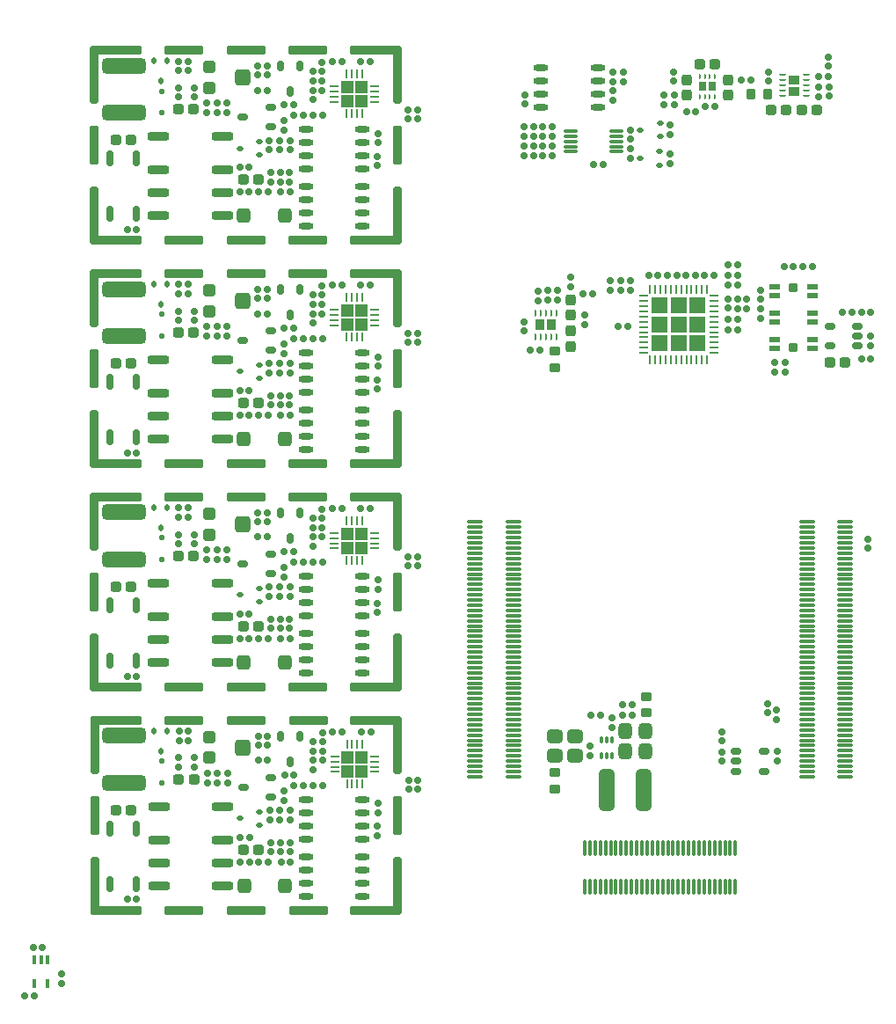
<source format=gtp>
G04*
G04 #@! TF.GenerationSoftware,Altium Limited,Altium Designer,21.0.9 (235)*
G04*
G04 Layer_Color=8421504*
%FSLAX25Y25*%
%MOIN*%
G70*
G04*
G04 #@! TF.SameCoordinates,6D45A94B-17CC-4D83-881B-F394DC7C88B3*
G04*
G04*
G04 #@! TF.FilePolarity,Positive*
G04*
G01*
G75*
%ADD18R,0.04449X0.03504*%
%ADD19R,0.03504X0.04449*%
%ADD20R,0.04528X0.04528*%
%ADD21R,0.02756X0.03543*%
%ADD22R,0.06102X0.06102*%
%ADD23R,0.03937X0.02362*%
G04:AMPARAMS|DCode=24|XSize=23.62mil|YSize=23.62mil|CornerRadius=5.91mil|HoleSize=0mil|Usage=FLASHONLY|Rotation=180.000|XOffset=0mil|YOffset=0mil|HoleType=Round|Shape=RoundedRectangle|*
%AMROUNDEDRECTD24*
21,1,0.02362,0.01181,0,0,180.0*
21,1,0.01181,0.02362,0,0,180.0*
1,1,0.01181,-0.00591,0.00591*
1,1,0.01181,0.00591,0.00591*
1,1,0.01181,0.00591,-0.00591*
1,1,0.01181,-0.00591,-0.00591*
%
%ADD24ROUNDEDRECTD24*%
G04:AMPARAMS|DCode=25|XSize=23.62mil|YSize=23.62mil|CornerRadius=5.91mil|HoleSize=0mil|Usage=FLASHONLY|Rotation=90.000|XOffset=0mil|YOffset=0mil|HoleType=Round|Shape=RoundedRectangle|*
%AMROUNDEDRECTD25*
21,1,0.02362,0.01181,0,0,90.0*
21,1,0.01181,0.02362,0,0,90.0*
1,1,0.01181,0.00591,0.00591*
1,1,0.01181,0.00591,-0.00591*
1,1,0.01181,-0.00591,-0.00591*
1,1,0.01181,-0.00591,0.00591*
%
%ADD25ROUNDEDRECTD25*%
G04:AMPARAMS|DCode=26|XSize=25.2mil|YSize=25.2mil|CornerRadius=6.3mil|HoleSize=0mil|Usage=FLASHONLY|Rotation=0.000|XOffset=0mil|YOffset=0mil|HoleType=Round|Shape=RoundedRectangle|*
%AMROUNDEDRECTD26*
21,1,0.02520,0.01260,0,0,0.0*
21,1,0.01260,0.02520,0,0,0.0*
1,1,0.01260,0.00630,-0.00630*
1,1,0.01260,-0.00630,-0.00630*
1,1,0.01260,-0.00630,0.00630*
1,1,0.01260,0.00630,0.00630*
%
%ADD26ROUNDEDRECTD26*%
G04:AMPARAMS|DCode=27|XSize=9.84mil|YSize=23.62mil|CornerRadius=2.46mil|HoleSize=0mil|Usage=FLASHONLY|Rotation=270.000|XOffset=0mil|YOffset=0mil|HoleType=Round|Shape=RoundedRectangle|*
%AMROUNDEDRECTD27*
21,1,0.00984,0.01870,0,0,270.0*
21,1,0.00492,0.02362,0,0,270.0*
1,1,0.00492,-0.00935,-0.00246*
1,1,0.00492,-0.00935,0.00246*
1,1,0.00492,0.00935,0.00246*
1,1,0.00492,0.00935,-0.00246*
%
%ADD27ROUNDEDRECTD27*%
G04:AMPARAMS|DCode=28|XSize=37.4mil|YSize=41.34mil|CornerRadius=9.35mil|HoleSize=0mil|Usage=FLASHONLY|Rotation=270.000|XOffset=0mil|YOffset=0mil|HoleType=Round|Shape=RoundedRectangle|*
%AMROUNDEDRECTD28*
21,1,0.03740,0.02264,0,0,270.0*
21,1,0.01870,0.04134,0,0,270.0*
1,1,0.01870,-0.01132,-0.00935*
1,1,0.01870,-0.01132,0.00935*
1,1,0.01870,0.01132,0.00935*
1,1,0.01870,0.01132,-0.00935*
%
%ADD28ROUNDEDRECTD28*%
G04:AMPARAMS|DCode=29|XSize=39.37mil|YSize=35.43mil|CornerRadius=8.86mil|HoleSize=0mil|Usage=FLASHONLY|Rotation=90.000|XOffset=0mil|YOffset=0mil|HoleType=Round|Shape=RoundedRectangle|*
%AMROUNDEDRECTD29*
21,1,0.03937,0.01772,0,0,90.0*
21,1,0.02165,0.03543,0,0,90.0*
1,1,0.01772,0.00886,0.01083*
1,1,0.01772,0.00886,-0.01083*
1,1,0.01772,-0.00886,-0.01083*
1,1,0.01772,-0.00886,0.01083*
%
%ADD29ROUNDEDRECTD29*%
G04:AMPARAMS|DCode=30|XSize=9.84mil|YSize=23.62mil|CornerRadius=2.46mil|HoleSize=0mil|Usage=FLASHONLY|Rotation=0.000|XOffset=0mil|YOffset=0mil|HoleType=Round|Shape=RoundedRectangle|*
%AMROUNDEDRECTD30*
21,1,0.00984,0.01870,0,0,0.0*
21,1,0.00492,0.02362,0,0,0.0*
1,1,0.00492,0.00246,-0.00935*
1,1,0.00492,-0.00246,-0.00935*
1,1,0.00492,-0.00246,0.00935*
1,1,0.00492,0.00246,0.00935*
%
%ADD30ROUNDEDRECTD30*%
%ADD31O,0.03347X0.00984*%
%ADD32O,0.00984X0.03347*%
G04:AMPARAMS|DCode=33|XSize=9.84mil|YSize=19.68mil|CornerRadius=2.46mil|HoleSize=0mil|Usage=FLASHONLY|Rotation=0.000|XOffset=0mil|YOffset=0mil|HoleType=Round|Shape=RoundedRectangle|*
%AMROUNDEDRECTD33*
21,1,0.00984,0.01476,0,0,0.0*
21,1,0.00492,0.01968,0,0,0.0*
1,1,0.00492,0.00246,-0.00738*
1,1,0.00492,-0.00246,-0.00738*
1,1,0.00492,-0.00246,0.00738*
1,1,0.00492,0.00246,0.00738*
%
%ADD33ROUNDEDRECTD33*%
G04:AMPARAMS|DCode=34|XSize=11.81mil|YSize=59.06mil|CornerRadius=2.95mil|HoleSize=0mil|Usage=FLASHONLY|Rotation=270.000|XOffset=0mil|YOffset=0mil|HoleType=Round|Shape=RoundedRectangle|*
%AMROUNDEDRECTD34*
21,1,0.01181,0.05315,0,0,270.0*
21,1,0.00591,0.05906,0,0,270.0*
1,1,0.00591,-0.02657,-0.00295*
1,1,0.00591,-0.02657,0.00295*
1,1,0.00591,0.02657,0.00295*
1,1,0.00591,0.02657,-0.00295*
%
%ADD34ROUNDEDRECTD34*%
G04:AMPARAMS|DCode=35|XSize=15.75mil|YSize=33.47mil|CornerRadius=3.94mil|HoleSize=0mil|Usage=FLASHONLY|Rotation=0.000|XOffset=0mil|YOffset=0mil|HoleType=Round|Shape=RoundedRectangle|*
%AMROUNDEDRECTD35*
21,1,0.01575,0.02559,0,0,0.0*
21,1,0.00787,0.03347,0,0,0.0*
1,1,0.00787,0.00394,-0.01280*
1,1,0.00787,-0.00394,-0.01280*
1,1,0.00787,-0.00394,0.01280*
1,1,0.00787,0.00394,0.01280*
%
%ADD35ROUNDEDRECTD35*%
G04:AMPARAMS|DCode=36|XSize=18.5mil|YSize=23.62mil|CornerRadius=4.63mil|HoleSize=0mil|Usage=FLASHONLY|Rotation=90.000|XOffset=0mil|YOffset=0mil|HoleType=Round|Shape=RoundedRectangle|*
%AMROUNDEDRECTD36*
21,1,0.01850,0.01437,0,0,90.0*
21,1,0.00925,0.02362,0,0,90.0*
1,1,0.00925,0.00719,0.00463*
1,1,0.00925,0.00719,-0.00463*
1,1,0.00925,-0.00719,-0.00463*
1,1,0.00925,-0.00719,0.00463*
%
%ADD36ROUNDEDRECTD36*%
%ADD37O,0.05512X0.01378*%
G04:AMPARAMS|DCode=38|XSize=25.2mil|YSize=25.2mil|CornerRadius=6.3mil|HoleSize=0mil|Usage=FLASHONLY|Rotation=90.000|XOffset=0mil|YOffset=0mil|HoleType=Round|Shape=RoundedRectangle|*
%AMROUNDEDRECTD38*
21,1,0.02520,0.01260,0,0,90.0*
21,1,0.01260,0.02520,0,0,90.0*
1,1,0.01260,0.00630,0.00630*
1,1,0.01260,0.00630,-0.00630*
1,1,0.01260,-0.00630,-0.00630*
1,1,0.01260,-0.00630,0.00630*
%
%ADD38ROUNDEDRECTD38*%
G04:AMPARAMS|DCode=39|XSize=23.62mil|YSize=39.37mil|CornerRadius=5.91mil|HoleSize=0mil|Usage=FLASHONLY|Rotation=270.000|XOffset=0mil|YOffset=0mil|HoleType=Round|Shape=RoundedRectangle|*
%AMROUNDEDRECTD39*
21,1,0.02362,0.02756,0,0,270.0*
21,1,0.01181,0.03937,0,0,270.0*
1,1,0.01181,-0.01378,-0.00591*
1,1,0.01181,-0.01378,0.00591*
1,1,0.01181,0.01378,0.00591*
1,1,0.01181,0.01378,-0.00591*
%
%ADD39ROUNDEDRECTD39*%
%ADD40O,0.03543X0.00984*%
%ADD41O,0.00984X0.03543*%
G04:AMPARAMS|DCode=42|XSize=31.5mil|YSize=31.5mil|CornerRadius=1.58mil|HoleSize=0mil|Usage=FLASHONLY|Rotation=180.000|XOffset=0mil|YOffset=0mil|HoleType=Round|Shape=RoundedRectangle|*
%AMROUNDEDRECTD42*
21,1,0.03150,0.02835,0,0,180.0*
21,1,0.02835,0.03150,0,0,180.0*
1,1,0.00315,-0.01417,0.01417*
1,1,0.00315,0.01417,0.01417*
1,1,0.00315,0.01417,-0.01417*
1,1,0.00315,-0.01417,-0.01417*
%
%ADD42ROUNDEDRECTD42*%
G04:AMPARAMS|DCode=43|XSize=37.4mil|YSize=41.34mil|CornerRadius=9.35mil|HoleSize=0mil|Usage=FLASHONLY|Rotation=180.000|XOffset=0mil|YOffset=0mil|HoleType=Round|Shape=RoundedRectangle|*
%AMROUNDEDRECTD43*
21,1,0.03740,0.02264,0,0,180.0*
21,1,0.01870,0.04134,0,0,180.0*
1,1,0.01870,-0.00935,0.01132*
1,1,0.01870,0.00935,0.01132*
1,1,0.01870,0.00935,-0.01132*
1,1,0.01870,-0.00935,-0.01132*
%
%ADD43ROUNDEDRECTD43*%
G04:AMPARAMS|DCode=44|XSize=39.37mil|YSize=35.43mil|CornerRadius=8.86mil|HoleSize=0mil|Usage=FLASHONLY|Rotation=180.000|XOffset=0mil|YOffset=0mil|HoleType=Round|Shape=RoundedRectangle|*
%AMROUNDEDRECTD44*
21,1,0.03937,0.01772,0,0,180.0*
21,1,0.02165,0.03543,0,0,180.0*
1,1,0.01772,-0.01083,0.00886*
1,1,0.01772,0.01083,0.00886*
1,1,0.01772,0.01083,-0.00886*
1,1,0.01772,-0.01083,-0.00886*
%
%ADD44ROUNDEDRECTD44*%
G04:AMPARAMS|DCode=45|XSize=31.5mil|YSize=218.5mil|CornerRadius=7.87mil|HoleSize=0mil|Usage=FLASHONLY|Rotation=180.000|XOffset=0mil|YOffset=0mil|HoleType=Round|Shape=RoundedRectangle|*
%AMROUNDEDRECTD45*
21,1,0.03150,0.20276,0,0,180.0*
21,1,0.01575,0.21850,0,0,180.0*
1,1,0.01575,-0.00787,0.10138*
1,1,0.01575,0.00787,0.10138*
1,1,0.01575,0.00787,-0.10138*
1,1,0.01575,-0.00787,-0.10138*
%
%ADD45ROUNDEDRECTD45*%
G04:AMPARAMS|DCode=46|XSize=31.5mil|YSize=196.06mil|CornerRadius=7.87mil|HoleSize=0mil|Usage=FLASHONLY|Rotation=90.000|XOffset=0mil|YOffset=0mil|HoleType=Round|Shape=RoundedRectangle|*
%AMROUNDEDRECTD46*
21,1,0.03150,0.18032,0,0,90.0*
21,1,0.01575,0.19606,0,0,90.0*
1,1,0.01575,0.09016,0.00787*
1,1,0.01575,0.09016,-0.00787*
1,1,0.01575,-0.09016,-0.00787*
1,1,0.01575,-0.09016,0.00787*
%
%ADD46ROUNDEDRECTD46*%
G04:AMPARAMS|DCode=47|XSize=31.5mil|YSize=149.61mil|CornerRadius=7.87mil|HoleSize=0mil|Usage=FLASHONLY|Rotation=0.000|XOffset=0mil|YOffset=0mil|HoleType=Round|Shape=RoundedRectangle|*
%AMROUNDEDRECTD47*
21,1,0.03150,0.13386,0,0,0.0*
21,1,0.01575,0.14961,0,0,0.0*
1,1,0.01575,0.00787,-0.06693*
1,1,0.01575,-0.00787,-0.06693*
1,1,0.01575,-0.00787,0.06693*
1,1,0.01575,0.00787,0.06693*
%
%ADD47ROUNDEDRECTD47*%
G04:AMPARAMS|DCode=48|XSize=31.5mil|YSize=149.61mil|CornerRadius=7.87mil|HoleSize=0mil|Usage=FLASHONLY|Rotation=90.000|XOffset=0mil|YOffset=0mil|HoleType=Round|Shape=RoundedRectangle|*
%AMROUNDEDRECTD48*
21,1,0.03150,0.13386,0,0,90.0*
21,1,0.01575,0.14961,0,0,90.0*
1,1,0.01575,0.06693,0.00787*
1,1,0.01575,0.06693,-0.00787*
1,1,0.01575,-0.06693,-0.00787*
1,1,0.01575,-0.06693,0.00787*
%
%ADD48ROUNDEDRECTD48*%
G04:AMPARAMS|DCode=49|XSize=23.62mil|YSize=60.63mil|CornerRadius=5.91mil|HoleSize=0mil|Usage=FLASHONLY|Rotation=0.000|XOffset=0mil|YOffset=0mil|HoleType=Round|Shape=RoundedRectangle|*
%AMROUNDEDRECTD49*
21,1,0.02362,0.04882,0,0,0.0*
21,1,0.01181,0.06063,0,0,0.0*
1,1,0.01181,0.00591,-0.02441*
1,1,0.01181,-0.00591,-0.02441*
1,1,0.01181,-0.00591,0.02441*
1,1,0.01181,0.00591,0.02441*
%
%ADD49ROUNDEDRECTD49*%
%ADD50O,0.05709X0.02362*%
G04:AMPARAMS|DCode=51|XSize=47.24mil|YSize=47.24mil|CornerRadius=11.81mil|HoleSize=0mil|Usage=FLASHONLY|Rotation=270.000|XOffset=0mil|YOffset=0mil|HoleType=Round|Shape=RoundedRectangle|*
%AMROUNDEDRECTD51*
21,1,0.04724,0.02362,0,0,270.0*
21,1,0.02362,0.04724,0,0,270.0*
1,1,0.02362,-0.01181,-0.01181*
1,1,0.02362,-0.01181,0.01181*
1,1,0.02362,0.01181,0.01181*
1,1,0.02362,0.01181,-0.01181*
%
%ADD51ROUNDEDRECTD51*%
G04:AMPARAMS|DCode=52|XSize=62.99mil|YSize=59.06mil|CornerRadius=14.76mil|HoleSize=0mil|Usage=FLASHONLY|Rotation=270.000|XOffset=0mil|YOffset=0mil|HoleType=Round|Shape=RoundedRectangle|*
%AMROUNDEDRECTD52*
21,1,0.06299,0.02953,0,0,270.0*
21,1,0.03347,0.05906,0,0,270.0*
1,1,0.02953,-0.01476,-0.01673*
1,1,0.02953,-0.01476,0.01673*
1,1,0.02953,0.01476,0.01673*
1,1,0.02953,0.01476,-0.01673*
%
%ADD52ROUNDEDRECTD52*%
G04:AMPARAMS|DCode=53|XSize=18.5mil|YSize=23.62mil|CornerRadius=4.63mil|HoleSize=0mil|Usage=FLASHONLY|Rotation=180.000|XOffset=0mil|YOffset=0mil|HoleType=Round|Shape=RoundedRectangle|*
%AMROUNDEDRECTD53*
21,1,0.01850,0.01437,0,0,180.0*
21,1,0.00925,0.02362,0,0,180.0*
1,1,0.00925,-0.00463,0.00719*
1,1,0.00925,0.00463,0.00719*
1,1,0.00925,0.00463,-0.00719*
1,1,0.00925,-0.00463,-0.00719*
%
%ADD53ROUNDEDRECTD53*%
G04:AMPARAMS|DCode=54|XSize=25.59mil|YSize=39.37mil|CornerRadius=6.4mil|HoleSize=0mil|Usage=FLASHONLY|Rotation=0.000|XOffset=0mil|YOffset=0mil|HoleType=Round|Shape=RoundedRectangle|*
%AMROUNDEDRECTD54*
21,1,0.02559,0.02657,0,0,0.0*
21,1,0.01280,0.03937,0,0,0.0*
1,1,0.01280,0.00640,-0.01329*
1,1,0.01280,-0.00640,-0.01329*
1,1,0.01280,-0.00640,0.01329*
1,1,0.01280,0.00640,0.01329*
%
%ADD54ROUNDEDRECTD54*%
G04:AMPARAMS|DCode=55|XSize=31.5mil|YSize=81.1mil|CornerRadius=7.87mil|HoleSize=0mil|Usage=FLASHONLY|Rotation=270.000|XOffset=0mil|YOffset=0mil|HoleType=Round|Shape=RoundedRectangle|*
%AMROUNDEDRECTD55*
21,1,0.03150,0.06535,0,0,270.0*
21,1,0.01575,0.08110,0,0,270.0*
1,1,0.01575,-0.03268,-0.00787*
1,1,0.01575,-0.03268,0.00787*
1,1,0.01575,0.03268,0.00787*
1,1,0.01575,0.03268,-0.00787*
%
%ADD55ROUNDEDRECTD55*%
G04:AMPARAMS|DCode=56|XSize=59.06mil|YSize=165.35mil|CornerRadius=14.76mil|HoleSize=0mil|Usage=FLASHONLY|Rotation=90.000|XOffset=0mil|YOffset=0mil|HoleType=Round|Shape=RoundedRectangle|*
%AMROUNDEDRECTD56*
21,1,0.05906,0.13583,0,0,90.0*
21,1,0.02953,0.16535,0,0,90.0*
1,1,0.02953,0.06791,0.01476*
1,1,0.02953,0.06791,-0.01476*
1,1,0.02953,-0.06791,-0.01476*
1,1,0.02953,-0.06791,0.01476*
%
%ADD56ROUNDEDRECTD56*%
G04:AMPARAMS|DCode=57|XSize=23.23mil|YSize=17.72mil|CornerRadius=4.43mil|HoleSize=0mil|Usage=FLASHONLY|Rotation=90.000|XOffset=0mil|YOffset=0mil|HoleType=Round|Shape=RoundedRectangle|*
%AMROUNDEDRECTD57*
21,1,0.02323,0.00886,0,0,90.0*
21,1,0.01437,0.01772,0,0,90.0*
1,1,0.00886,0.00443,0.00719*
1,1,0.00886,0.00443,-0.00719*
1,1,0.00886,-0.00443,-0.00719*
1,1,0.00886,-0.00443,0.00719*
%
%ADD57ROUNDEDRECTD57*%
G04:AMPARAMS|DCode=58|XSize=55.12mil|YSize=51.18mil|CornerRadius=12.8mil|HoleSize=0mil|Usage=FLASHONLY|Rotation=90.000|XOffset=0mil|YOffset=0mil|HoleType=Round|Shape=RoundedRectangle|*
%AMROUNDEDRECTD58*
21,1,0.05512,0.02559,0,0,90.0*
21,1,0.02953,0.05118,0,0,90.0*
1,1,0.02559,0.01280,0.01476*
1,1,0.02559,0.01280,-0.01476*
1,1,0.02559,-0.01280,-0.01476*
1,1,0.02559,-0.01280,0.01476*
%
%ADD58ROUNDEDRECTD58*%
G04:AMPARAMS|DCode=59|XSize=11.81mil|YSize=59.06mil|CornerRadius=2.95mil|HoleSize=0mil|Usage=FLASHONLY|Rotation=0.000|XOffset=0mil|YOffset=0mil|HoleType=Round|Shape=RoundedRectangle|*
%AMROUNDEDRECTD59*
21,1,0.01181,0.05315,0,0,0.0*
21,1,0.00591,0.05906,0,0,0.0*
1,1,0.00591,0.00295,-0.02657*
1,1,0.00591,-0.00295,-0.02657*
1,1,0.00591,-0.00295,0.02657*
1,1,0.00591,0.00295,0.02657*
%
%ADD59ROUNDEDRECTD59*%
G04:AMPARAMS|DCode=60|XSize=11.81mil|YSize=26.38mil|CornerRadius=2.95mil|HoleSize=0mil|Usage=FLASHONLY|Rotation=180.000|XOffset=0mil|YOffset=0mil|HoleType=Round|Shape=RoundedRectangle|*
%AMROUNDEDRECTD60*
21,1,0.01181,0.02047,0,0,180.0*
21,1,0.00591,0.02638,0,0,180.0*
1,1,0.00591,-0.00295,0.01024*
1,1,0.00591,0.00295,0.01024*
1,1,0.00591,0.00295,-0.01024*
1,1,0.00591,-0.00295,-0.01024*
%
%ADD60ROUNDEDRECTD60*%
G04:AMPARAMS|DCode=61|XSize=59.06mil|YSize=51.18mil|CornerRadius=12.8mil|HoleSize=0mil|Usage=FLASHONLY|Rotation=90.000|XOffset=0mil|YOffset=0mil|HoleType=Round|Shape=RoundedRectangle|*
%AMROUNDEDRECTD61*
21,1,0.05906,0.02559,0,0,90.0*
21,1,0.03347,0.05118,0,0,90.0*
1,1,0.02559,0.01280,0.01673*
1,1,0.02559,0.01280,-0.01673*
1,1,0.02559,-0.01280,-0.01673*
1,1,0.02559,-0.01280,0.01673*
%
%ADD61ROUNDEDRECTD61*%
G04:AMPARAMS|DCode=62|XSize=59.06mil|YSize=51.18mil|CornerRadius=12.8mil|HoleSize=0mil|Usage=FLASHONLY|Rotation=0.000|XOffset=0mil|YOffset=0mil|HoleType=Round|Shape=RoundedRectangle|*
%AMROUNDEDRECTD62*
21,1,0.05906,0.02559,0,0,0.0*
21,1,0.03347,0.05118,0,0,0.0*
1,1,0.02559,0.01673,-0.01280*
1,1,0.02559,-0.01673,-0.01280*
1,1,0.02559,-0.01673,0.01280*
1,1,0.02559,0.01673,0.01280*
%
%ADD62ROUNDEDRECTD62*%
G04:AMPARAMS|DCode=63|XSize=157.48mil|YSize=59.06mil|CornerRadius=14.76mil|HoleSize=0mil|Usage=FLASHONLY|Rotation=90.000|XOffset=0mil|YOffset=0mil|HoleType=Round|Shape=RoundedRectangle|*
%AMROUNDEDRECTD63*
21,1,0.15748,0.02953,0,0,90.0*
21,1,0.12795,0.05906,0,0,90.0*
1,1,0.02953,0.01476,0.06398*
1,1,0.02953,0.01476,-0.06398*
1,1,0.02953,-0.01476,-0.06398*
1,1,0.02953,-0.01476,0.06398*
%
%ADD63ROUNDEDRECTD63*%
D18*
X321358Y371476D02*
D03*
X321358Y367146D02*
D03*
D19*
X229416Y278614D02*
D03*
X225085D02*
D03*
D20*
X152019Y194119D02*
D03*
Y199434D02*
D03*
X157334D02*
D03*
Y194119D02*
D03*
X152017Y363406D02*
D03*
Y368721D02*
D03*
X157332D02*
D03*
Y363406D02*
D03*
X157332Y278760D02*
D03*
Y284075D02*
D03*
X152017D02*
D03*
Y278760D02*
D03*
X157433Y109469D02*
D03*
Y114784D02*
D03*
X152119D02*
D03*
Y109469D02*
D03*
D21*
X290258Y368836D02*
D03*
X286715D02*
D03*
D22*
X270445Y271654D02*
D03*
Y278740D02*
D03*
Y285827D02*
D03*
X277532Y271654D02*
D03*
Y278740D02*
D03*
X284618D02*
D03*
Y271654D02*
D03*
X277532Y285827D02*
D03*
X284618D02*
D03*
D23*
X313840Y269704D02*
D03*
X313840Y272853D02*
D03*
X313840Y282853D02*
D03*
X313840Y279703D02*
D03*
X313840Y289703D02*
D03*
X313840Y292853D02*
D03*
X328407Y269704D02*
D03*
X328407Y272853D02*
D03*
X328407Y292853D02*
D03*
X328407Y279703D02*
D03*
X328407Y282853D02*
D03*
X328407Y289703D02*
D03*
D24*
X236614Y293110D02*
D03*
Y296654D02*
D03*
X219094Y276181D02*
D03*
X219094Y279724D02*
D03*
X241929Y282283D02*
D03*
Y278740D02*
D03*
X334252Y380118D02*
D03*
Y376575D02*
D03*
X334744Y368721D02*
D03*
Y365177D02*
D03*
X275787Y370866D02*
D03*
Y374410D02*
D03*
X349213Y193898D02*
D03*
Y197441D02*
D03*
X274311Y350610D02*
D03*
Y354154D02*
D03*
X259350Y341752D02*
D03*
X259350Y345295D02*
D03*
X259350Y348839D02*
D03*
Y352382D02*
D03*
X274311Y339784D02*
D03*
Y343327D02*
D03*
X308536Y281102D02*
D03*
Y284646D02*
D03*
X296288Y284842D02*
D03*
Y288386D02*
D03*
X308536Y288189D02*
D03*
Y291732D02*
D03*
X224255Y287756D02*
D03*
Y291300D02*
D03*
X272148Y365687D02*
D03*
Y362144D02*
D03*
X275888Y365687D02*
D03*
Y362144D02*
D03*
X106448Y193332D02*
D03*
Y189788D02*
D03*
X94046Y195595D02*
D03*
Y199139D02*
D03*
X87944D02*
D03*
Y195595D02*
D03*
X138928Y201698D02*
D03*
Y205241D02*
D03*
X163287Y173135D02*
D03*
Y169591D02*
D03*
X142471Y205241D02*
D03*
Y208784D02*
D03*
Y198154D02*
D03*
Y201698D02*
D03*
X126526Y167052D02*
D03*
Y163509D02*
D03*
X121605Y203863D02*
D03*
Y207406D02*
D03*
X118062Y203863D02*
D03*
Y207406D02*
D03*
X130070Y167052D02*
D03*
Y163509D02*
D03*
X122983Y167052D02*
D03*
Y163509D02*
D03*
X138928Y194611D02*
D03*
Y198154D02*
D03*
X106448Y362618D02*
D03*
Y359075D02*
D03*
X94046Y364882D02*
D03*
Y368425D02*
D03*
X87944D02*
D03*
Y364882D02*
D03*
X138928Y370985D02*
D03*
Y374528D02*
D03*
X163287Y342421D02*
D03*
Y338878D02*
D03*
X142471Y374528D02*
D03*
Y378071D02*
D03*
Y367441D02*
D03*
Y370985D02*
D03*
X126526Y336339D02*
D03*
Y332796D02*
D03*
X121605Y373150D02*
D03*
Y376693D02*
D03*
X118062Y373150D02*
D03*
Y376693D02*
D03*
X130070Y336339D02*
D03*
Y332796D02*
D03*
X122983Y336339D02*
D03*
Y332796D02*
D03*
X138928Y363898D02*
D03*
Y367441D02*
D03*
X252658Y370728D02*
D03*
Y374272D02*
D03*
Y363642D02*
D03*
Y367185D02*
D03*
X118062Y292048D02*
D03*
Y288504D02*
D03*
X121605Y292048D02*
D03*
Y288504D02*
D03*
X138928Y289882D02*
D03*
Y286339D02*
D03*
X142471Y286339D02*
D03*
Y282796D02*
D03*
Y293425D02*
D03*
Y289882D02*
D03*
X87944Y280236D02*
D03*
Y283780D02*
D03*
X94046D02*
D03*
Y280236D02*
D03*
X138928Y282796D02*
D03*
Y279252D02*
D03*
X106448Y274429D02*
D03*
Y277973D02*
D03*
X163386Y84941D02*
D03*
Y88484D02*
D03*
X130168Y82402D02*
D03*
Y78859D02*
D03*
X123081Y78859D02*
D03*
Y82402D02*
D03*
X126625Y78859D02*
D03*
Y82402D02*
D03*
X121703Y122756D02*
D03*
X121703Y119213D02*
D03*
X118160Y119213D02*
D03*
Y122756D02*
D03*
X94144Y114488D02*
D03*
Y110945D02*
D03*
X106546Y105138D02*
D03*
Y108681D02*
D03*
X88042Y114488D02*
D03*
Y110945D02*
D03*
X142569Y124134D02*
D03*
Y120591D02*
D03*
Y117048D02*
D03*
Y113504D02*
D03*
X139026Y109961D02*
D03*
Y113504D02*
D03*
Y120591D02*
D03*
Y117048D02*
D03*
X130070Y248150D02*
D03*
Y251693D02*
D03*
X126526Y248150D02*
D03*
Y251693D02*
D03*
X163287Y254232D02*
D03*
Y257776D02*
D03*
X122983Y248150D02*
D03*
Y251693D02*
D03*
X311221Y131496D02*
D03*
X314764Y129134D02*
D03*
X294094Y124409D02*
D03*
Y120866D02*
D03*
X314764Y132677D02*
D03*
X311221Y135039D02*
D03*
D25*
X241339Y290354D02*
D03*
X244882Y290354D02*
D03*
X334153Y372657D02*
D03*
X330610D02*
D03*
X328346Y300590D02*
D03*
X324803D02*
D03*
X321134Y300590D02*
D03*
X317591D02*
D03*
X227996Y291693D02*
D03*
X231539D02*
D03*
X29724Y24213D02*
D03*
X33268D02*
D03*
X32874Y42717D02*
D03*
X36417D02*
D03*
X222539Y350020D02*
D03*
X218996Y350020D02*
D03*
X222539Y346280D02*
D03*
X218996Y346280D02*
D03*
X229626Y346280D02*
D03*
X226082Y346280D02*
D03*
X222539Y342736D02*
D03*
X218996D02*
D03*
X229626D02*
D03*
X226082D02*
D03*
X222539Y353760D02*
D03*
X218996D02*
D03*
X229626D02*
D03*
X226082D02*
D03*
X229626Y350020D02*
D03*
X226082Y350020D02*
D03*
X346850Y265551D02*
D03*
X350394D02*
D03*
X350394Y283465D02*
D03*
X346850D02*
D03*
X339764D02*
D03*
X343307D02*
D03*
X287473Y297441D02*
D03*
X291016D02*
D03*
X299832Y284646D02*
D03*
X303375D02*
D03*
X299832Y288189D02*
D03*
X303375D02*
D03*
X266213Y297441D02*
D03*
X269756D02*
D03*
X273299D02*
D03*
X276843D02*
D03*
X280386D02*
D03*
X283929D02*
D03*
X304921Y371260D02*
D03*
X301378D02*
D03*
X284055Y359252D02*
D03*
X280512Y359252D02*
D03*
X175099Y187209D02*
D03*
X178642D02*
D03*
X175099Y190753D02*
D03*
X178642D02*
D03*
Y271850D02*
D03*
X175099D02*
D03*
X178642Y275394D02*
D03*
X175099D02*
D03*
X118062Y198154D02*
D03*
X121605D02*
D03*
X88140Y205635D02*
D03*
X91684D02*
D03*
X68504Y145477D02*
D03*
X72047D02*
D03*
X91684Y209178D02*
D03*
X88140D02*
D03*
X135188Y188706D02*
D03*
X131644D02*
D03*
X111221Y169099D02*
D03*
X114764D02*
D03*
X118307Y159650D02*
D03*
X121850D02*
D03*
X111221D02*
D03*
X114764D02*
D03*
X118062Y367441D02*
D03*
X121605D02*
D03*
X88140Y374921D02*
D03*
X91684D02*
D03*
X68504Y314764D02*
D03*
X72047D02*
D03*
X91684Y378465D02*
D03*
X88140D02*
D03*
X135188Y357992D02*
D03*
X131644D02*
D03*
X111221Y338386D02*
D03*
X114764D02*
D03*
X118307Y328937D02*
D03*
X121850D02*
D03*
X111221D02*
D03*
X114764D02*
D03*
X178642Y356496D02*
D03*
X175099D02*
D03*
X178642Y360039D02*
D03*
X175099D02*
D03*
X121605Y282796D02*
D03*
X118062D02*
D03*
X88140Y293819D02*
D03*
X91684D02*
D03*
Y290276D02*
D03*
X88140D02*
D03*
X131644Y273347D02*
D03*
X135188D02*
D03*
X88239Y124528D02*
D03*
X91782D02*
D03*
X88239Y120984D02*
D03*
X91782D02*
D03*
X114862Y75000D02*
D03*
X111319D02*
D03*
X118405D02*
D03*
X121949D02*
D03*
X111319Y84449D02*
D03*
X114862D02*
D03*
X121703Y113504D02*
D03*
X118160D02*
D03*
X131743Y104055D02*
D03*
X135286D02*
D03*
X178740Y106102D02*
D03*
X175197D02*
D03*
X178740Y102559D02*
D03*
X175197D02*
D03*
X72146Y60827D02*
D03*
X68602D02*
D03*
X72047Y230118D02*
D03*
X68504D02*
D03*
X114764Y253740D02*
D03*
X111221D02*
D03*
X114764Y244291D02*
D03*
X111221D02*
D03*
X121850D02*
D03*
X118307D02*
D03*
X244291Y130709D02*
D03*
X259842Y134646D02*
D03*
X256299D02*
D03*
X247835Y130709D02*
D03*
D26*
X311614Y374449D02*
D03*
Y370827D02*
D03*
X330807Y368760D02*
D03*
Y365138D02*
D03*
X350394Y274252D02*
D03*
X350394Y270630D02*
D03*
X43504Y32520D02*
D03*
Y28898D02*
D03*
X313851Y260787D02*
D03*
X313851Y264409D02*
D03*
X317985Y260787D02*
D03*
Y264409D02*
D03*
X259477Y295420D02*
D03*
X259477Y291798D02*
D03*
X255540Y295420D02*
D03*
X255540Y291798D02*
D03*
X251603Y295420D02*
D03*
Y291798D02*
D03*
X98770Y193371D02*
D03*
Y189749D02*
D03*
X102707Y193371D02*
D03*
Y189749D02*
D03*
X126378Y175556D02*
D03*
Y179178D02*
D03*
X130315Y175556D02*
D03*
Y179178D02*
D03*
X127953Y186658D02*
D03*
Y183036D02*
D03*
X122441Y175556D02*
D03*
Y179178D02*
D03*
X163484Y181835D02*
D03*
Y178213D02*
D03*
X98770Y362658D02*
D03*
Y359036D02*
D03*
X102707Y362658D02*
D03*
Y359036D02*
D03*
X126378Y344843D02*
D03*
Y348465D02*
D03*
X130315Y344843D02*
D03*
Y348465D02*
D03*
X127953Y355945D02*
D03*
Y352323D02*
D03*
X122441Y344843D02*
D03*
Y348465D02*
D03*
X163484Y351122D02*
D03*
Y347500D02*
D03*
X219390Y362185D02*
D03*
X219390Y365807D02*
D03*
X256594Y370650D02*
D03*
X256594Y374272D02*
D03*
X127953Y267677D02*
D03*
Y271299D02*
D03*
X122441Y263819D02*
D03*
Y260197D02*
D03*
X126378Y263819D02*
D03*
Y260197D02*
D03*
X130315Y263819D02*
D03*
Y260197D02*
D03*
X98770Y274390D02*
D03*
Y278012D02*
D03*
X102707Y274390D02*
D03*
Y278012D02*
D03*
X163583Y97185D02*
D03*
Y93563D02*
D03*
X126476Y94528D02*
D03*
Y90905D02*
D03*
X128051Y98386D02*
D03*
Y102008D02*
D03*
X122539Y90905D02*
D03*
Y94528D02*
D03*
X130413Y94528D02*
D03*
Y90905D02*
D03*
X102806Y108721D02*
D03*
Y105099D02*
D03*
X98869Y108721D02*
D03*
Y105099D02*
D03*
X163484Y262854D02*
D03*
Y266476D02*
D03*
X294094Y113150D02*
D03*
X314961Y113347D02*
D03*
X244094Y118937D02*
D03*
X252165Y129764D02*
D03*
X252165Y126142D02*
D03*
X244094Y115315D02*
D03*
X314961Y116969D02*
D03*
X294094Y116772D02*
D03*
D27*
X325886Y371280D02*
D03*
X325886Y373248D02*
D03*
X325886Y367342D02*
D03*
Y369311D02*
D03*
X325886Y365374D02*
D03*
X316831Y373248D02*
D03*
X316831Y371280D02*
D03*
Y367342D02*
D03*
Y369311D02*
D03*
Y365374D02*
D03*
D28*
X318307Y360059D02*
D03*
X312598D02*
D03*
X330118D02*
D03*
X324409D02*
D03*
X340650Y264370D02*
D03*
X334941Y264370D02*
D03*
X291341Y377301D02*
D03*
X285632Y377301D02*
D03*
X93751Y190871D02*
D03*
X88042D02*
D03*
X69980Y179335D02*
D03*
X64272D02*
D03*
X112500Y164375D02*
D03*
X118209D02*
D03*
X93751Y360158D02*
D03*
X88042D02*
D03*
X69980Y348622D02*
D03*
X64272D02*
D03*
X112500Y333661D02*
D03*
X118209D02*
D03*
X64272Y263976D02*
D03*
X69980D02*
D03*
X88042Y275512D02*
D03*
X93751D02*
D03*
X112598Y79724D02*
D03*
X118307D02*
D03*
X70079Y94685D02*
D03*
X64370D02*
D03*
X88140Y106221D02*
D03*
X93849D02*
D03*
X118209Y249016D02*
D03*
X112500D02*
D03*
D29*
X311221Y365945D02*
D03*
X304921D02*
D03*
D30*
X231188Y283141D02*
D03*
X229219D02*
D03*
X227251D02*
D03*
X225282D02*
D03*
X223314D02*
D03*
X231188Y274086D02*
D03*
X229219D02*
D03*
X227251D02*
D03*
X225282D02*
D03*
X223314D02*
D03*
D31*
X162255Y199729D02*
D03*
Y197761D02*
D03*
Y195792D02*
D03*
Y193824D02*
D03*
X147097D02*
D03*
Y195792D02*
D03*
Y197761D02*
D03*
Y199729D02*
D03*
Y369016D02*
D03*
Y363110D02*
D03*
X162255D02*
D03*
Y369016D02*
D03*
Y367048D02*
D03*
Y365079D02*
D03*
X147097D02*
D03*
Y367048D02*
D03*
Y282402D02*
D03*
Y280433D02*
D03*
X162255D02*
D03*
Y282402D02*
D03*
Y284370D02*
D03*
Y278465D02*
D03*
X147097D02*
D03*
Y284370D02*
D03*
X147195Y115079D02*
D03*
Y113110D02*
D03*
Y111142D02*
D03*
Y109173D02*
D03*
X162353D02*
D03*
Y111142D02*
D03*
Y113110D02*
D03*
Y115079D02*
D03*
D32*
X157629Y189198D02*
D03*
X155660D02*
D03*
X153692D02*
D03*
X151723D02*
D03*
Y204355D02*
D03*
X153692D02*
D03*
X155660D02*
D03*
X157629D02*
D03*
X153692Y373642D02*
D03*
X151723D02*
D03*
X153692Y358485D02*
D03*
X155660D02*
D03*
X157629D02*
D03*
X151723D02*
D03*
X155660Y373642D02*
D03*
X157629D02*
D03*
Y288996D02*
D03*
X155660D02*
D03*
X151723Y273839D02*
D03*
X157629D02*
D03*
X155660D02*
D03*
X153692D02*
D03*
X151723Y288996D02*
D03*
X153692D02*
D03*
X157727Y119705D02*
D03*
X155759D02*
D03*
X153790D02*
D03*
X151821D02*
D03*
Y104548D02*
D03*
X153790D02*
D03*
X155759D02*
D03*
X157727D02*
D03*
D33*
X285533Y365096D02*
D03*
X287502D02*
D03*
X289471D02*
D03*
X291439D02*
D03*
X285533Y372577D02*
D03*
X287502D02*
D03*
X289471D02*
D03*
X291439D02*
D03*
D34*
X200264Y107365D02*
D03*
X214831D02*
D03*
X200264Y109333D02*
D03*
X214831D02*
D03*
X200264Y111302D02*
D03*
X214831D02*
D03*
X200264Y113270D02*
D03*
X214831D02*
D03*
X200264Y115239D02*
D03*
X214831D02*
D03*
X200264Y117207D02*
D03*
X214831D02*
D03*
X200264Y119176D02*
D03*
X214831D02*
D03*
X200264Y121144D02*
D03*
X214831D02*
D03*
X200264Y123113D02*
D03*
X214831D02*
D03*
X200264Y125081D02*
D03*
X214831D02*
D03*
X200264Y127050D02*
D03*
X214831D02*
D03*
X200264Y129018D02*
D03*
X214831D02*
D03*
X200264Y130987D02*
D03*
X214831D02*
D03*
X200264Y132955D02*
D03*
X214831D02*
D03*
X200264Y134924D02*
D03*
X214831D02*
D03*
X200264Y136892D02*
D03*
X214831D02*
D03*
X200264Y138861D02*
D03*
X214831D02*
D03*
X200264Y140829D02*
D03*
X214831D02*
D03*
X200264Y142798D02*
D03*
X214831D02*
D03*
X200264Y144766D02*
D03*
X214831D02*
D03*
X200264Y146735D02*
D03*
X214831D02*
D03*
X200264Y148703D02*
D03*
X214831D02*
D03*
X200264Y150672D02*
D03*
X214831D02*
D03*
X200264Y152640D02*
D03*
X214831D02*
D03*
X200264Y154609D02*
D03*
X214831D02*
D03*
X200264Y156577D02*
D03*
X214831D02*
D03*
X200264Y158546D02*
D03*
X214831D02*
D03*
X200264Y160514D02*
D03*
X214831D02*
D03*
X200264Y162483D02*
D03*
X214831D02*
D03*
X200264Y164451D02*
D03*
X214831D02*
D03*
X200264Y166420D02*
D03*
X214831D02*
D03*
X200264Y168388D02*
D03*
X214831D02*
D03*
X200264Y170357D02*
D03*
X214831D02*
D03*
X200264Y172325D02*
D03*
X214831D02*
D03*
X200264Y174294D02*
D03*
X214831D02*
D03*
X200264Y176262D02*
D03*
X214831D02*
D03*
X200264Y178231D02*
D03*
X214831D02*
D03*
X200264Y180199D02*
D03*
X214831D02*
D03*
X200264Y182168D02*
D03*
X214831D02*
D03*
X200264Y184136D02*
D03*
X214831D02*
D03*
X200264Y186105D02*
D03*
X214831D02*
D03*
X200264Y188073D02*
D03*
X214831D02*
D03*
X200264Y190042D02*
D03*
X214831D02*
D03*
X200264Y192010D02*
D03*
X214831D02*
D03*
X200264Y193979D02*
D03*
X214831D02*
D03*
X200264Y195947D02*
D03*
X214831D02*
D03*
X200264Y197916D02*
D03*
X214831D02*
D03*
X200264Y199884D02*
D03*
X214831D02*
D03*
X200264Y201853D02*
D03*
X214831D02*
D03*
X200264Y203821D02*
D03*
X214831D02*
D03*
X340815D02*
D03*
X326248D02*
D03*
X340815Y201853D02*
D03*
X326248D02*
D03*
X340815Y199884D02*
D03*
X326248D02*
D03*
X340815Y197916D02*
D03*
X326248D02*
D03*
X340815Y195947D02*
D03*
X326248D02*
D03*
X340815Y193979D02*
D03*
X326248D02*
D03*
X340815Y192010D02*
D03*
X326248D02*
D03*
X340815Y190042D02*
D03*
X326248D02*
D03*
X340815Y188073D02*
D03*
X326248D02*
D03*
X340815Y186105D02*
D03*
X326248D02*
D03*
X340815Y184136D02*
D03*
X326248D02*
D03*
X340815Y182168D02*
D03*
X326248D02*
D03*
X340815Y180199D02*
D03*
X326248D02*
D03*
X340815Y178231D02*
D03*
X326248D02*
D03*
X340815Y176262D02*
D03*
X326248D02*
D03*
X340815Y174294D02*
D03*
X326248D02*
D03*
X340815Y172325D02*
D03*
X326248D02*
D03*
X340815Y170357D02*
D03*
X326248D02*
D03*
X340815Y168388D02*
D03*
X326248D02*
D03*
X340815Y166420D02*
D03*
X326248D02*
D03*
X340815Y164451D02*
D03*
X326248D02*
D03*
X340815Y162483D02*
D03*
X326248D02*
D03*
X340815Y160514D02*
D03*
X326248D02*
D03*
X340815Y158546D02*
D03*
X326248D02*
D03*
X340815Y156577D02*
D03*
X326248D02*
D03*
X340815Y154609D02*
D03*
X326248D02*
D03*
X340815Y152640D02*
D03*
X326248D02*
D03*
X340815Y150672D02*
D03*
X326248D02*
D03*
X340815Y148703D02*
D03*
X326248D02*
D03*
X340815Y146735D02*
D03*
X326248D02*
D03*
X340815Y144766D02*
D03*
X326248D02*
D03*
X340815Y142798D02*
D03*
X326248D02*
D03*
X340815Y140829D02*
D03*
X326248D02*
D03*
X340815Y138861D02*
D03*
X326248D02*
D03*
X340815Y136892D02*
D03*
X326248D02*
D03*
X340815Y134924D02*
D03*
X326248D02*
D03*
X340815Y132955D02*
D03*
X326248D02*
D03*
X340815Y130987D02*
D03*
X326248D02*
D03*
X340815Y129018D02*
D03*
X326248D02*
D03*
X340815Y127050D02*
D03*
X326248D02*
D03*
X340815Y125081D02*
D03*
X326248D02*
D03*
X340815Y123113D02*
D03*
X326248D02*
D03*
X340815Y121144D02*
D03*
X326248D02*
D03*
X340815Y119176D02*
D03*
X326248D02*
D03*
X340815Y117207D02*
D03*
X326248D02*
D03*
X340815Y115239D02*
D03*
X326248D02*
D03*
X340815Y113270D02*
D03*
X326248D02*
D03*
X340815Y111302D02*
D03*
X326248D02*
D03*
X340815Y109333D02*
D03*
X326248D02*
D03*
X340815Y107365D02*
D03*
X326248D02*
D03*
D35*
X38386Y37894D02*
D03*
X35827Y37894D02*
D03*
X33268Y37894D02*
D03*
Y29035D02*
D03*
X38386D02*
D03*
D36*
X270533Y349884D02*
D03*
Y355002D02*
D03*
X263053Y352443D02*
D03*
X270435Y339056D02*
D03*
Y344174D02*
D03*
X262954Y341615D02*
D03*
X118701Y173627D02*
D03*
Y178745D02*
D03*
X111221Y176186D02*
D03*
X118701Y342913D02*
D03*
Y348031D02*
D03*
X111221Y345472D02*
D03*
Y260827D02*
D03*
X118701Y263386D02*
D03*
Y258268D02*
D03*
X111319Y91535D02*
D03*
X118799Y94095D02*
D03*
Y88976D02*
D03*
D37*
X253899Y344174D02*
D03*
X236576D02*
D03*
X253899Y350080D02*
D03*
X253899Y346143D02*
D03*
X253899Y348111D02*
D03*
X253899Y352048D02*
D03*
X236576Y346143D02*
D03*
X236576Y352048D02*
D03*
X236576Y348111D02*
D03*
Y350080D02*
D03*
D38*
X248957Y339193D02*
D03*
X245335D02*
D03*
X300068Y297441D02*
D03*
X296446D02*
D03*
X300068Y301378D02*
D03*
X296446Y301378D02*
D03*
X300068Y276772D02*
D03*
X296446D02*
D03*
X300068Y293504D02*
D03*
X296446D02*
D03*
X300068Y280709D02*
D03*
X296446D02*
D03*
X231578Y287953D02*
D03*
X227956Y287953D02*
D03*
X224885Y268859D02*
D03*
X221263Y268859D02*
D03*
X254713Y277953D02*
D03*
X258335D02*
D03*
X291378Y361221D02*
D03*
X287756D02*
D03*
X160768Y209060D02*
D03*
X157146D02*
D03*
X146319D02*
D03*
X149941D02*
D03*
X142510Y188706D02*
D03*
X138889D02*
D03*
X126732Y159749D02*
D03*
X130354D02*
D03*
X128062Y192643D02*
D03*
X131684D02*
D03*
X160768Y378346D02*
D03*
X157146D02*
D03*
X146319D02*
D03*
X149941D02*
D03*
X142510Y357992D02*
D03*
X138889D02*
D03*
X126732Y329035D02*
D03*
X130354D02*
D03*
X128062Y361929D02*
D03*
X131684D02*
D03*
X157146Y293701D02*
D03*
X160768D02*
D03*
X149941D02*
D03*
X146319D02*
D03*
X131684Y277284D02*
D03*
X128062D02*
D03*
X138889Y273347D02*
D03*
X142510D02*
D03*
X126831Y75098D02*
D03*
X130453D02*
D03*
X157244Y124409D02*
D03*
X160866D02*
D03*
X142609Y104055D02*
D03*
X138987D02*
D03*
X131782Y107992D02*
D03*
X128160D02*
D03*
X150039Y124409D02*
D03*
X146417D02*
D03*
X130354Y244390D02*
D03*
X126732D02*
D03*
X256260Y130709D02*
D03*
X259882Y130709D02*
D03*
D39*
X345472Y274284D02*
D03*
Y270544D02*
D03*
X345472Y278024D02*
D03*
X334842Y270544D02*
D03*
Y278024D02*
D03*
X112402Y187997D02*
D03*
X123031Y191737D02*
D03*
Y184257D02*
D03*
X112402Y357283D02*
D03*
X123031Y361024D02*
D03*
Y353543D02*
D03*
Y268898D02*
D03*
Y276378D02*
D03*
X112402Y272638D02*
D03*
X123130Y99606D02*
D03*
Y107087D02*
D03*
X112500Y103347D02*
D03*
X299213Y113189D02*
D03*
X299213Y116929D02*
D03*
Y109449D02*
D03*
X309842Y109449D02*
D03*
Y116929D02*
D03*
D40*
X264244Y267913D02*
D03*
Y269882D02*
D03*
Y275787D02*
D03*
Y273819D02*
D03*
Y271850D02*
D03*
Y283661D02*
D03*
Y285630D02*
D03*
Y277756D02*
D03*
Y281693D02*
D03*
Y279724D02*
D03*
Y289567D02*
D03*
Y287598D02*
D03*
X290819Y269882D02*
D03*
Y267913D02*
D03*
Y273819D02*
D03*
Y275787D02*
D03*
Y271850D02*
D03*
Y283661D02*
D03*
Y285630D02*
D03*
Y277756D02*
D03*
Y281693D02*
D03*
Y279724D02*
D03*
Y289567D02*
D03*
Y287598D02*
D03*
D41*
X274579Y265453D02*
D03*
X270642D02*
D03*
X272610D02*
D03*
X266705D02*
D03*
X268673D02*
D03*
X274579Y292027D02*
D03*
X266705D02*
D03*
X272610D02*
D03*
X268673D02*
D03*
X270642D02*
D03*
X280485Y265453D02*
D03*
X278516D02*
D03*
X286390D02*
D03*
X282453D02*
D03*
X284421D02*
D03*
X276547D02*
D03*
X288358D02*
D03*
X286390Y292027D02*
D03*
X278516D02*
D03*
X276547D02*
D03*
X284421D02*
D03*
X280485D02*
D03*
X282453D02*
D03*
X288358D02*
D03*
D42*
X321124Y269999D02*
D03*
Y292558D02*
D03*
D43*
X236503Y282255D02*
D03*
Y287964D02*
D03*
X236503Y276153D02*
D03*
X236503Y270444D02*
D03*
X296360Y371297D02*
D03*
Y365588D02*
D03*
X280612Y371297D02*
D03*
Y365588D02*
D03*
D44*
X230512Y262205D02*
D03*
Y268504D02*
D03*
X230709Y108858D02*
D03*
Y102559D02*
D03*
X265354Y131496D02*
D03*
Y137795D02*
D03*
D45*
X170916Y150716D02*
D03*
X56113D02*
D03*
X56102Y204039D02*
D03*
X170905D02*
D03*
X170916Y320002D02*
D03*
X56113D02*
D03*
X56102Y373325D02*
D03*
X170905D02*
D03*
X171004Y119388D02*
D03*
X56201D02*
D03*
X56211Y66065D02*
D03*
X171014D02*
D03*
X170905Y288680D02*
D03*
X56102D02*
D03*
X56113Y235357D02*
D03*
X170916D02*
D03*
D46*
X162686Y141364D02*
D03*
X64340D02*
D03*
X64332Y213390D02*
D03*
X162678D02*
D03*
X162686Y310650D02*
D03*
X64340D02*
D03*
X64332Y382677D02*
D03*
X162678D02*
D03*
X162777Y128740D02*
D03*
X64430D02*
D03*
X64438Y56713D02*
D03*
X162785D02*
D03*
X162678Y298031D02*
D03*
X64332D02*
D03*
X64340Y226005D02*
D03*
X162686D02*
D03*
D47*
X170905Y177367D02*
D03*
X56102D02*
D03*
X170905Y346654D02*
D03*
X56102D02*
D03*
X56201Y92716D02*
D03*
X171004D02*
D03*
X56102Y262008D02*
D03*
X170905D02*
D03*
D48*
X113514Y141364D02*
D03*
X137136D02*
D03*
X89892D02*
D03*
X113504Y213390D02*
D03*
X137126D02*
D03*
X89882D02*
D03*
X113514Y310650D02*
D03*
X137136D02*
D03*
X89892D02*
D03*
X113504Y382677D02*
D03*
X137126D02*
D03*
X89882D02*
D03*
X89980Y128740D02*
D03*
X137224D02*
D03*
X113602D02*
D03*
X89991Y56713D02*
D03*
X137235D02*
D03*
X113613D02*
D03*
X89882Y298031D02*
D03*
X137126D02*
D03*
X113504D02*
D03*
X89892Y226005D02*
D03*
X137136D02*
D03*
X113514D02*
D03*
D49*
X61929Y172426D02*
D03*
X71929D02*
D03*
Y151205D02*
D03*
X61929D02*
D03*
Y341713D02*
D03*
X71929D02*
D03*
Y320492D02*
D03*
X61929D02*
D03*
X62028Y87776D02*
D03*
X72027D02*
D03*
Y66555D02*
D03*
X62028D02*
D03*
X61929Y235846D02*
D03*
X71929D02*
D03*
Y257067D02*
D03*
X61929D02*
D03*
D50*
X157630Y183336D02*
D03*
X136173Y173336D02*
D03*
Y183336D02*
D03*
Y178336D02*
D03*
Y168336D02*
D03*
X157630Y178336D02*
D03*
Y173336D02*
D03*
Y168336D02*
D03*
X157630Y156683D02*
D03*
Y146683D02*
D03*
Y151683D02*
D03*
Y161683D02*
D03*
X136173Y146683D02*
D03*
Y151683D02*
D03*
Y156683D02*
D03*
Y161683D02*
D03*
X157630Y352623D02*
D03*
X136173Y342623D02*
D03*
Y352623D02*
D03*
Y347623D02*
D03*
Y337623D02*
D03*
X157630Y347623D02*
D03*
Y342623D02*
D03*
Y337623D02*
D03*
X157630Y325970D02*
D03*
Y315969D02*
D03*
Y320970D02*
D03*
Y330970D02*
D03*
X136173Y315969D02*
D03*
Y320970D02*
D03*
Y325970D02*
D03*
Y330970D02*
D03*
X225394Y360827D02*
D03*
Y365827D02*
D03*
Y370827D02*
D03*
Y375827D02*
D03*
X246850Y375827D02*
D03*
Y370827D02*
D03*
X246850Y360827D02*
D03*
X246850Y365827D02*
D03*
X157630Y252977D02*
D03*
Y257977D02*
D03*
Y262977D02*
D03*
X136173Y252977D02*
D03*
Y262977D02*
D03*
Y267977D02*
D03*
Y257977D02*
D03*
X157630Y267977D02*
D03*
X157728Y62033D02*
D03*
Y67032D02*
D03*
Y77033D02*
D03*
X136272Y62033D02*
D03*
Y67032D02*
D03*
Y72032D02*
D03*
Y77033D02*
D03*
X157728Y72032D02*
D03*
X136272Y98686D02*
D03*
Y93686D02*
D03*
Y83686D02*
D03*
X157728Y93686D02*
D03*
Y88686D02*
D03*
Y83686D02*
D03*
X136272Y88686D02*
D03*
X157728Y98686D02*
D03*
X136173Y246324D02*
D03*
Y241324D02*
D03*
Y236324D02*
D03*
Y231324D02*
D03*
X157630Y246324D02*
D03*
Y236324D02*
D03*
Y231324D02*
D03*
Y241324D02*
D03*
D51*
X99558Y199139D02*
D03*
Y207013D02*
D03*
Y368425D02*
D03*
Y376299D02*
D03*
Y291654D02*
D03*
Y283780D02*
D03*
X99656Y114488D02*
D03*
Y122362D02*
D03*
D52*
X112353Y203076D02*
D03*
Y372362D02*
D03*
Y287717D02*
D03*
X112451Y118425D02*
D03*
D53*
X78593Y209277D02*
D03*
X81152Y201796D02*
D03*
X83711Y209277D02*
D03*
X78593Y378563D02*
D03*
X81152Y371083D02*
D03*
X83711Y378563D02*
D03*
Y293917D02*
D03*
X81152Y286437D02*
D03*
X78593Y293917D02*
D03*
X78692Y124626D02*
D03*
X83810D02*
D03*
X81251Y117146D02*
D03*
D54*
X134007Y207209D02*
D03*
X126526D02*
D03*
X130266Y197761D02*
D03*
X134007Y376496D02*
D03*
X126526D02*
D03*
X130266Y367048D02*
D03*
Y282402D02*
D03*
X126526Y291851D02*
D03*
X134007D02*
D03*
X130365Y113110D02*
D03*
X126625Y122559D02*
D03*
X134105D02*
D03*
D55*
X80433Y180713D02*
D03*
X104606Y168115D02*
D03*
X80433D02*
D03*
X104606Y180713D02*
D03*
X80433Y159453D02*
D03*
X104606D02*
D03*
Y150792D02*
D03*
X80433D02*
D03*
Y350000D02*
D03*
X104606Y337402D02*
D03*
X80433D02*
D03*
X104606Y350000D02*
D03*
X80433Y328740D02*
D03*
X104606D02*
D03*
Y320079D02*
D03*
X80433D02*
D03*
Y235433D02*
D03*
X104606D02*
D03*
Y244094D02*
D03*
X80433D02*
D03*
X104606Y265354D02*
D03*
X80433Y252756D02*
D03*
X104606D02*
D03*
X80433Y265354D02*
D03*
X80531Y96063D02*
D03*
X104705Y83465D02*
D03*
X80531D02*
D03*
X104705Y96063D02*
D03*
X80531Y74803D02*
D03*
X104705D02*
D03*
Y66142D02*
D03*
X80531D02*
D03*
D56*
X67323Y207485D02*
D03*
Y189768D02*
D03*
Y376772D02*
D03*
Y359055D02*
D03*
Y274410D02*
D03*
Y292126D02*
D03*
X67421Y105118D02*
D03*
Y122835D02*
D03*
D57*
X81496Y189552D02*
D03*
Y197859D02*
D03*
Y358839D02*
D03*
Y367146D02*
D03*
Y282500D02*
D03*
Y274193D02*
D03*
X81594Y113209D02*
D03*
Y104902D02*
D03*
D58*
X128150Y150792D02*
D03*
X112795D02*
D03*
X128150Y320079D02*
D03*
X112795D02*
D03*
X112894Y66142D02*
D03*
X128248D02*
D03*
X112795Y235433D02*
D03*
X128150D02*
D03*
D59*
X299087Y65636D02*
D03*
Y80203D02*
D03*
X297118Y65636D02*
D03*
Y80203D02*
D03*
X295150Y65636D02*
D03*
Y80203D02*
D03*
X293181Y65636D02*
D03*
Y80203D02*
D03*
X291213Y65636D02*
D03*
Y80203D02*
D03*
X289244Y65636D02*
D03*
Y80203D02*
D03*
X287276Y65636D02*
D03*
Y80203D02*
D03*
X285307Y65636D02*
D03*
Y80203D02*
D03*
X283339Y65636D02*
D03*
Y80203D02*
D03*
X281370Y65636D02*
D03*
Y80203D02*
D03*
X279402Y65636D02*
D03*
Y80203D02*
D03*
X277433Y65636D02*
D03*
Y80203D02*
D03*
X275465Y65636D02*
D03*
Y80203D02*
D03*
X273496Y65636D02*
D03*
Y80203D02*
D03*
X271528Y65636D02*
D03*
Y80203D02*
D03*
X269559Y65636D02*
D03*
Y80203D02*
D03*
X267590Y65636D02*
D03*
Y80203D02*
D03*
X265622Y65636D02*
D03*
Y80203D02*
D03*
X263653Y65636D02*
D03*
Y80203D02*
D03*
X261685Y65636D02*
D03*
Y80203D02*
D03*
X259717Y65636D02*
D03*
Y80203D02*
D03*
X257748Y65636D02*
D03*
Y80203D02*
D03*
X255780Y65636D02*
D03*
Y80203D02*
D03*
X253811Y65636D02*
D03*
Y80203D02*
D03*
X251842Y65636D02*
D03*
Y80203D02*
D03*
X249874Y65636D02*
D03*
Y80203D02*
D03*
X247905Y65636D02*
D03*
Y80203D02*
D03*
X245937Y65636D02*
D03*
Y80203D02*
D03*
X243969Y65636D02*
D03*
Y80203D02*
D03*
X242000Y65636D02*
D03*
Y80203D02*
D03*
D60*
X252165Y115394D02*
D03*
X248228Y121221D02*
D03*
X250197D02*
D03*
X252165Y121221D02*
D03*
X250197Y115394D02*
D03*
X248228D02*
D03*
D61*
X257480Y124606D02*
D03*
Y117126D02*
D03*
X264961Y124606D02*
D03*
X264961Y117126D02*
D03*
D62*
X238189Y122638D02*
D03*
X230709D02*
D03*
X238189Y115157D02*
D03*
X230709D02*
D03*
D63*
X250197Y102165D02*
D03*
X264370D02*
D03*
M02*

</source>
